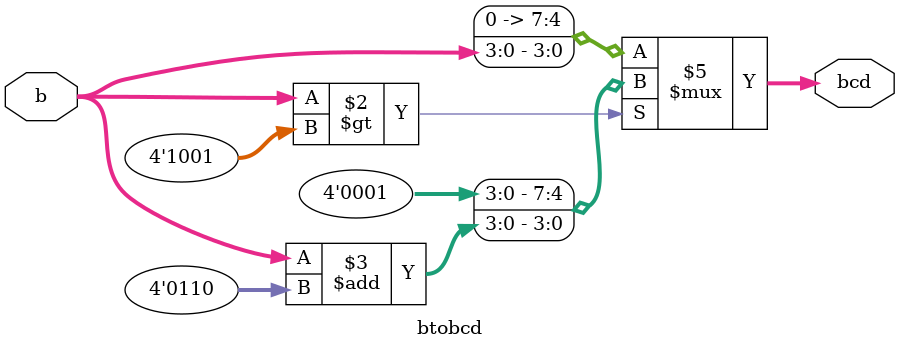
<source format=v>
`timescale 1ns / 1ps


module btobcd(
    input [3:0]b,
    output reg [7:0]bcd
    );
    always@(*)
    begin 
    if(b>4'd9)
    bcd={4'b0001,b+4'd6};
    else
    bcd = {4'b000,b};
    end
endmodule

</source>
